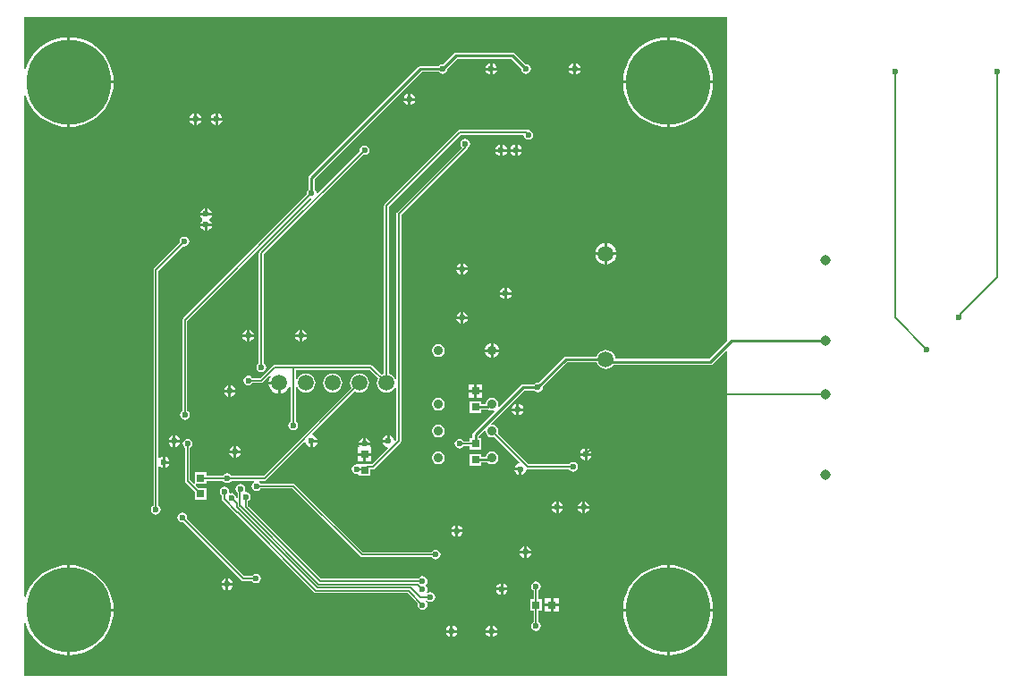
<source format=gbl>
G04*
G04 #@! TF.GenerationSoftware,Altium Limited,Altium Designer,19.0.15 (446)*
G04*
G04 Layer_Physical_Order=2*
G04 Layer_Color=16711680*
%FSLAX25Y25*%
%MOIN*%
G70*
G01*
G75*
%ADD12C,0.00600*%
%ADD18C,0.01000*%
%ADD46R,0.02953X0.03150*%
%ADD49R,0.03150X0.02953*%
%ADD64C,0.31496*%
%ADD65C,0.05906*%
%ADD66C,0.03838*%
%ADD67C,0.03543*%
%ADD68C,0.02362*%
G36*
X24016Y122811D02*
Y1980D01*
X17252Y-4784D01*
X-17682D01*
X-17786Y-3994D01*
X-18144Y-3130D01*
X-18714Y-2387D01*
X-19456Y-1818D01*
X-20320Y-1460D01*
X-21248Y-1338D01*
X-22175Y-1460D01*
X-23039Y-1818D01*
X-23782Y-2387D01*
X-24351Y-3130D01*
X-24629Y-3800D01*
X-36132D01*
X-36132Y-3800D01*
X-36561Y-3885D01*
X-36925Y-4128D01*
X-36925Y-4128D01*
X-46373Y-13577D01*
X-46565Y-13538D01*
X-47260Y-13677D01*
X-47849Y-14070D01*
X-47958Y-14233D01*
X-52145D01*
X-52574Y-14318D01*
X-52938Y-14561D01*
X-52938Y-14561D01*
X-60908Y-22532D01*
X-61369Y-22285D01*
X-61243Y-21654D01*
X-61427Y-20728D01*
X-61952Y-19944D01*
X-62736Y-19420D01*
X-63661Y-19236D01*
X-64587Y-19420D01*
X-65371Y-19944D01*
X-65895Y-20728D01*
X-66052Y-21516D01*
X-67805D01*
Y-20463D01*
X-71958D01*
Y-24813D01*
X-67805D01*
Y-23759D01*
X-65334D01*
X-65334Y-23759D01*
X-64906Y-23674D01*
X-64587Y-23888D01*
X-63661Y-24071D01*
X-63029Y-23946D01*
X-62783Y-24407D01*
X-70675Y-32298D01*
X-70918Y-32662D01*
X-71004Y-33091D01*
X-71003Y-33091D01*
Y-34242D01*
X-71958D01*
Y-35500D01*
X-74259D01*
X-74503Y-35133D01*
X-75093Y-34740D01*
X-75787Y-34601D01*
X-76482Y-34740D01*
X-77071Y-35133D01*
X-77465Y-35722D01*
X-77603Y-36417D01*
X-77465Y-37112D01*
X-77071Y-37701D01*
X-76482Y-38095D01*
X-75787Y-38233D01*
X-75093Y-38095D01*
X-74503Y-37701D01*
X-74258Y-37335D01*
X-71958D01*
Y-38592D01*
X-67805D01*
Y-34242D01*
X-68760D01*
Y-33556D01*
X-66523Y-31318D01*
X-66062Y-31564D01*
X-66079Y-31654D01*
X-65895Y-32579D01*
X-65371Y-33363D01*
X-64587Y-33887D01*
X-63661Y-34071D01*
X-62736Y-33887D01*
X-62730Y-33883D01*
X-53475Y-43138D01*
X-53639Y-43681D01*
X-54001Y-43753D01*
X-54722Y-44235D01*
X-55204Y-44956D01*
X-55274Y-45307D01*
X-53150D01*
Y-45807D01*
X-52650D01*
Y-47932D01*
X-52299Y-47862D01*
X-51577Y-47380D01*
X-51095Y-46658D01*
X-51007Y-46216D01*
X-50689Y-45842D01*
X-50468Y-45875D01*
X-50330Y-45903D01*
X-34993D01*
X-34749Y-46269D01*
X-34159Y-46663D01*
X-33465Y-46801D01*
X-32770Y-46663D01*
X-32181Y-46269D01*
X-31787Y-45680D01*
X-31649Y-44985D01*
X-31787Y-44290D01*
X-32181Y-43701D01*
X-32770Y-43307D01*
X-33465Y-43169D01*
X-34159Y-43307D01*
X-34749Y-43701D01*
X-34993Y-44067D01*
X-49950D01*
X-61432Y-32585D01*
X-61427Y-32579D01*
X-61243Y-31654D01*
X-61427Y-30728D01*
X-61952Y-29944D01*
X-62736Y-29420D01*
X-63661Y-29236D01*
X-63751Y-29253D01*
X-63997Y-28793D01*
X-51680Y-16476D01*
X-47958D01*
X-47849Y-16638D01*
X-47260Y-17032D01*
X-46565Y-17170D01*
X-45870Y-17032D01*
X-45281Y-16638D01*
X-44887Y-16049D01*
X-44749Y-15354D01*
X-44787Y-15163D01*
X-35667Y-6043D01*
X-24629D01*
X-24351Y-6713D01*
X-23782Y-7455D01*
X-23039Y-8025D01*
X-22175Y-8383D01*
X-21248Y-8505D01*
X-20320Y-8383D01*
X-19456Y-8025D01*
X-18714Y-7455D01*
X-18385Y-7027D01*
X17717D01*
X17717Y-7027D01*
X18146Y-6942D01*
X18510Y-6699D01*
X23554Y-1654D01*
X24016Y-1846D01*
Y-122811D01*
X-237969Y-122811D01*
Y-103440D01*
X-237469Y-103358D01*
X-236963Y-104848D01*
X-235992Y-106817D01*
X-234772Y-108643D01*
X-233325Y-110293D01*
X-231674Y-111741D01*
X-229849Y-112961D01*
X-227880Y-113932D01*
X-225801Y-114637D01*
X-223647Y-115066D01*
X-221957Y-115176D01*
Y-98425D01*
Y-81674D01*
X-223647Y-81785D01*
X-225801Y-82213D01*
X-227880Y-82919D01*
X-229849Y-83890D01*
X-231674Y-85110D01*
X-233325Y-86557D01*
X-234772Y-88208D01*
X-235992Y-90033D01*
X-236963Y-92002D01*
X-237469Y-93493D01*
X-237969Y-93410D01*
Y93410D01*
X-237469Y93493D01*
X-236963Y92002D01*
X-235992Y90033D01*
X-234772Y88208D01*
X-233325Y86557D01*
X-231674Y85110D01*
X-229849Y83890D01*
X-227880Y82919D01*
X-225801Y82213D01*
X-223647Y81785D01*
X-221957Y81674D01*
Y98425D01*
Y115176D01*
X-223647Y115066D01*
X-225801Y114637D01*
X-227880Y113932D01*
X-229849Y112961D01*
X-231674Y111741D01*
X-233325Y110293D01*
X-234772Y108643D01*
X-235992Y106817D01*
X-236963Y104848D01*
X-237469Y103358D01*
X-237969Y103440D01*
Y122811D01*
X24016Y122811D01*
D02*
G37*
%LPC*%
G36*
X-32374Y105471D02*
Y103847D01*
X-30750D01*
X-30819Y104198D01*
X-31302Y104919D01*
X-32023Y105401D01*
X-32374Y105471D01*
D02*
G37*
G36*
X-33374D02*
X-33725Y105401D01*
X-34446Y104919D01*
X-34929Y104198D01*
X-34998Y103847D01*
X-33374D01*
Y105471D01*
D02*
G37*
G36*
X-63476D02*
Y103847D01*
X-61852D01*
X-61922Y104198D01*
X-62404Y104919D01*
X-63125Y105401D01*
X-63476Y105471D01*
D02*
G37*
G36*
X-64476D02*
X-64827Y105401D01*
X-65549Y104919D01*
X-66031Y104198D01*
X-66101Y103847D01*
X-64476D01*
Y105471D01*
D02*
G37*
G36*
X-55905Y109389D02*
X-55906Y109389D01*
X-77165D01*
X-77595Y109304D01*
X-77958Y109061D01*
X-77958Y109061D01*
X-81895Y105124D01*
X-82087Y105162D01*
X-82782Y105024D01*
X-83371Y104630D01*
X-83479Y104468D01*
X-90354D01*
X-90784Y104383D01*
X-91147Y104139D01*
X-91147Y104139D01*
X-131699Y63588D01*
X-131942Y63225D01*
X-132027Y62795D01*
X-132027Y62795D01*
Y58479D01*
X-132190Y58371D01*
X-132583Y57782D01*
X-132721Y57087D01*
X-132635Y56654D01*
X-178798Y10491D01*
X-178997Y10194D01*
X-179067Y9843D01*
Y-24155D01*
X-179434Y-24400D01*
X-179827Y-24989D01*
X-179966Y-25684D01*
X-179827Y-26379D01*
X-179434Y-26968D01*
X-178844Y-27362D01*
X-178150Y-27500D01*
X-177455Y-27362D01*
X-176865Y-26968D01*
X-176472Y-26379D01*
X-176334Y-25684D01*
X-176472Y-24989D01*
X-176865Y-24400D01*
X-177232Y-24155D01*
Y9462D01*
X-131436Y55259D01*
X-130996Y55192D01*
X-130825Y54725D01*
X-150310Y35240D01*
X-150508Y34942D01*
X-150578Y34591D01*
Y-6345D01*
X-150945Y-6590D01*
X-151338Y-7179D01*
X-151477Y-7874D01*
X-151338Y-8569D01*
X-150945Y-9158D01*
X-150356Y-9552D01*
X-149661Y-9690D01*
X-148966Y-9552D01*
X-148377Y-9158D01*
X-147983Y-8569D01*
X-147845Y-7874D01*
X-147983Y-7179D01*
X-148377Y-6590D01*
X-148743Y-6345D01*
Y34211D01*
X-111653Y71302D01*
X-111221Y71215D01*
X-110526Y71354D01*
X-109936Y71747D01*
X-109543Y72337D01*
X-109405Y73032D01*
X-109543Y73726D01*
X-109936Y74316D01*
X-110526Y74709D01*
X-111221Y74848D01*
X-111915Y74709D01*
X-112505Y74316D01*
X-112898Y73726D01*
X-113037Y73032D01*
X-112951Y72599D01*
X-128609Y56941D01*
X-128880Y57023D01*
X-129103Y57154D01*
X-129228Y57782D01*
X-129621Y58371D01*
X-129784Y58479D01*
Y62331D01*
X-89890Y102225D01*
X-83479D01*
X-83371Y102062D01*
X-82782Y101669D01*
X-82087Y101531D01*
X-81392Y101669D01*
X-80803Y102062D01*
X-80409Y102652D01*
X-80271Y103347D01*
X-80309Y103538D01*
X-76701Y107146D01*
X-56370D01*
X-52762Y103538D01*
X-52800Y103347D01*
X-52662Y102652D01*
X-52268Y102062D01*
X-51679Y101669D01*
X-50984Y101531D01*
X-50289Y101669D01*
X-49700Y102062D01*
X-49306Y102652D01*
X-49168Y103347D01*
X-49306Y104041D01*
X-49700Y104630D01*
X-50289Y105024D01*
X-50984Y105162D01*
X-51176Y105124D01*
X-55112Y109061D01*
X-55476Y109304D01*
X-55905Y109389D01*
D02*
G37*
G36*
X-30750Y102847D02*
X-32374D01*
Y101222D01*
X-32023Y101292D01*
X-31302Y101774D01*
X-30819Y102495D01*
X-30750Y102847D01*
D02*
G37*
G36*
X-33374D02*
X-34998D01*
X-34929Y102495D01*
X-34446Y101774D01*
X-33725Y101292D01*
X-33374Y101222D01*
Y102847D01*
D02*
G37*
G36*
X-61852D02*
X-63476D01*
Y101222D01*
X-63125Y101292D01*
X-62404Y101774D01*
X-61922Y102495D01*
X-61852Y102847D01*
D02*
G37*
G36*
X-64476D02*
X-66101D01*
X-66031Y102495D01*
X-65549Y101774D01*
X-64827Y101292D01*
X-64476Y101222D01*
Y102847D01*
D02*
G37*
G36*
X2468Y115176D02*
Y98925D01*
X18720D01*
X18609Y100616D01*
X18181Y102769D01*
X17475Y104848D01*
X16504Y106817D01*
X15284Y108643D01*
X13837Y110293D01*
X12186Y111741D01*
X10361Y112961D01*
X8392Y113932D01*
X6312Y114637D01*
X4159Y115066D01*
X2468Y115176D01*
D02*
G37*
G36*
X1469D02*
X-222Y115066D01*
X-2376Y114637D01*
X-4454Y113932D01*
X-6424Y112961D01*
X-8249Y111741D01*
X-9900Y110293D01*
X-11347Y108643D01*
X-12567Y106817D01*
X-13538Y104848D01*
X-14244Y102769D01*
X-14672Y100616D01*
X-14783Y98925D01*
X1469D01*
Y115176D01*
D02*
G37*
G36*
X-220957D02*
Y98925D01*
X-204706D01*
X-204816Y100616D01*
X-205245Y102769D01*
X-205950Y104848D01*
X-206921Y106817D01*
X-208141Y108643D01*
X-209589Y110293D01*
X-211239Y111741D01*
X-213065Y112961D01*
X-215034Y113932D01*
X-217113Y114637D01*
X-219266Y115066D01*
X-220957Y115176D01*
D02*
G37*
G36*
X-93988Y94144D02*
Y92520D01*
X-92364D01*
X-92434Y92871D01*
X-92916Y93592D01*
X-93637Y94074D01*
X-93988Y94144D01*
D02*
G37*
G36*
X-94988D02*
X-95339Y94074D01*
X-96061Y93592D01*
X-96543Y92871D01*
X-96613Y92520D01*
X-94988D01*
Y94144D01*
D02*
G37*
G36*
X-92364Y91520D02*
X-93988D01*
Y89895D01*
X-93637Y89965D01*
X-92916Y90447D01*
X-92434Y91169D01*
X-92364Y91520D01*
D02*
G37*
G36*
X-94988D02*
X-96613D01*
X-96543Y91169D01*
X-96061Y90447D01*
X-95339Y89965D01*
X-94988Y89895D01*
Y91520D01*
D02*
G37*
G36*
X-165839Y86770D02*
Y85146D01*
X-164214D01*
X-164284Y85497D01*
X-164766Y86218D01*
X-165488Y86700D01*
X-165839Y86770D01*
D02*
G37*
G36*
X-166839D02*
X-167190Y86700D01*
X-167911Y86218D01*
X-168393Y85497D01*
X-168463Y85146D01*
X-166839D01*
Y86770D01*
D02*
G37*
G36*
X-173713D02*
Y85146D01*
X-172088D01*
X-172158Y85497D01*
X-172640Y86218D01*
X-173362Y86700D01*
X-173713Y86770D01*
D02*
G37*
G36*
X-174713D02*
X-175064Y86700D01*
X-175785Y86218D01*
X-176267Y85497D01*
X-176337Y85146D01*
X-174713D01*
Y86770D01*
D02*
G37*
G36*
X-164214Y84146D02*
X-165839D01*
Y82521D01*
X-165488Y82591D01*
X-164766Y83073D01*
X-164284Y83795D01*
X-164214Y84146D01*
D02*
G37*
G36*
X-166839D02*
X-168463D01*
X-168393Y83795D01*
X-167911Y83073D01*
X-167190Y82591D01*
X-166839Y82521D01*
Y84146D01*
D02*
G37*
G36*
X-172088D02*
X-173713D01*
Y82521D01*
X-173362Y82591D01*
X-172640Y83073D01*
X-172158Y83795D01*
X-172088Y84146D01*
D02*
G37*
G36*
X-174713D02*
X-176337D01*
X-176267Y83795D01*
X-175785Y83073D01*
X-175064Y82591D01*
X-174713Y82521D01*
Y84146D01*
D02*
G37*
G36*
X18720Y97925D02*
X2468D01*
Y81674D01*
X4159Y81785D01*
X6312Y82213D01*
X8392Y82919D01*
X10361Y83890D01*
X12186Y85110D01*
X13837Y86557D01*
X15284Y88208D01*
X16504Y90033D01*
X17475Y92002D01*
X18181Y94081D01*
X18609Y96234D01*
X18720Y97925D01*
D02*
G37*
G36*
X1469D02*
X-14783D01*
X-14672Y96234D01*
X-14244Y94081D01*
X-13538Y92002D01*
X-12567Y90033D01*
X-11347Y88208D01*
X-9900Y86557D01*
X-8249Y85110D01*
X-6424Y83890D01*
X-4454Y82919D01*
X-2376Y82213D01*
X-222Y81785D01*
X1469Y81674D01*
Y97925D01*
D02*
G37*
G36*
X-204706D02*
X-220957D01*
Y81674D01*
X-219266Y81785D01*
X-217113Y82213D01*
X-215034Y82919D01*
X-213065Y83890D01*
X-211239Y85110D01*
X-209589Y86557D01*
X-208141Y88208D01*
X-206921Y90033D01*
X-205950Y92002D01*
X-205245Y94081D01*
X-204816Y96234D01*
X-204706Y97925D01*
D02*
G37*
G36*
X-51181Y80642D02*
X-75787D01*
X-76139Y80572D01*
X-76436Y80373D01*
X-103680Y53129D01*
X-103879Y52832D01*
X-103949Y52480D01*
Y-10317D01*
X-103959Y-10318D01*
X-104823Y-10676D01*
X-104831Y-10682D01*
X-108288Y-7225D01*
X-108586Y-7026D01*
X-108937Y-6956D01*
X-144685D01*
X-145036Y-7026D01*
X-145334Y-7225D01*
X-149986Y-11878D01*
X-152999D01*
X-153244Y-11511D01*
X-153833Y-11118D01*
X-154528Y-10979D01*
X-155222Y-11118D01*
X-155812Y-11511D01*
X-156205Y-12100D01*
X-156344Y-12795D01*
X-156205Y-13490D01*
X-155812Y-14079D01*
X-155222Y-14473D01*
X-154528Y-14611D01*
X-153833Y-14473D01*
X-153244Y-14079D01*
X-152999Y-13713D01*
X-149606D01*
X-149255Y-13643D01*
X-148957Y-13444D01*
X-146505Y-10991D01*
X-146128Y-11322D01*
X-146484Y-11786D01*
X-146882Y-12748D01*
X-146952Y-13280D01*
X-143032D01*
Y-13780D01*
X-142532D01*
Y-17701D01*
X-142000Y-17630D01*
X-141038Y-17232D01*
X-140212Y-16599D01*
X-139579Y-15773D01*
X-139181Y-14811D01*
X-138713Y-14925D01*
Y-27999D01*
X-139079Y-28243D01*
X-139473Y-28833D01*
X-139611Y-29528D01*
X-139473Y-30222D01*
X-139079Y-30812D01*
X-138490Y-31205D01*
X-137795Y-31343D01*
X-137100Y-31205D01*
X-136511Y-30812D01*
X-136117Y-30222D01*
X-135979Y-29528D01*
X-136117Y-28833D01*
X-136511Y-28243D01*
X-136878Y-27999D01*
Y-15085D01*
X-136378Y-14985D01*
X-136135Y-15571D01*
X-135565Y-16313D01*
X-134823Y-16883D01*
X-133959Y-17241D01*
X-133031Y-17363D01*
X-132104Y-17241D01*
X-131240Y-16883D01*
X-130498Y-16313D01*
X-129928Y-15571D01*
X-129570Y-14707D01*
X-129448Y-13780D01*
X-129570Y-12852D01*
X-129928Y-11988D01*
X-130498Y-11246D01*
X-131240Y-10676D01*
X-132104Y-10318D01*
X-133031Y-10196D01*
X-133959Y-10318D01*
X-134823Y-10676D01*
X-135565Y-11246D01*
X-136135Y-11988D01*
X-136378Y-12574D01*
X-136878Y-12475D01*
Y-8792D01*
X-109317D01*
X-106129Y-11980D01*
X-106135Y-11988D01*
X-106493Y-12852D01*
X-106615Y-13780D01*
X-106493Y-14707D01*
X-106135Y-15571D01*
X-105565Y-16313D01*
X-104823Y-16883D01*
X-103959Y-17241D01*
X-103032Y-17363D01*
X-102104Y-17241D01*
X-101240Y-16883D01*
X-100498Y-16313D01*
X-99928Y-15571D01*
X-99843Y-15365D01*
X-99343Y-15465D01*
Y-35022D01*
X-99724Y-35341D01*
X-100187Y-35190D01*
X-100308Y-34582D01*
X-100790Y-33861D01*
X-101511Y-33378D01*
X-101862Y-33309D01*
Y-35433D01*
X-102362D01*
Y-35933D01*
X-104487D01*
X-104417Y-36284D01*
X-103935Y-37006D01*
X-103213Y-37488D01*
X-102605Y-37609D01*
X-102431Y-38142D01*
X-108357Y-44067D01*
X-110044D01*
X-110133Y-44085D01*
X-113297D01*
X-113297Y-44085D01*
X-113790Y-44067D01*
X-114173Y-43991D01*
X-114868Y-44129D01*
X-115457Y-44523D01*
X-115851Y-45112D01*
X-115989Y-45807D01*
X-115851Y-46502D01*
X-115457Y-47091D01*
X-114868Y-47485D01*
X-114173Y-47623D01*
X-113797Y-47548D01*
X-113297Y-47919D01*
Y-48435D01*
X-109144D01*
Y-45903D01*
X-107977D01*
X-107626Y-45833D01*
X-107328Y-45634D01*
X-97776Y-36082D01*
X-97577Y-35784D01*
X-97508Y-35433D01*
Y48832D01*
X-73091Y73249D01*
X-72892Y73547D01*
X-72822Y73898D01*
Y73916D01*
X-72338Y74240D01*
X-71944Y74829D01*
X-71806Y75524D01*
X-71944Y76219D01*
X-72338Y76808D01*
X-72927Y77201D01*
X-73622Y77340D01*
X-74317Y77201D01*
X-74906Y76808D01*
X-75300Y76219D01*
X-75438Y75524D01*
X-75300Y74829D01*
X-74906Y74240D01*
X-74887Y74048D01*
X-99074Y49861D01*
X-99273Y49564D01*
X-99343Y49213D01*
Y-12094D01*
X-99843Y-12194D01*
X-99928Y-11988D01*
X-100498Y-11246D01*
X-101240Y-10676D01*
X-102104Y-10318D01*
X-102114Y-10317D01*
Y52100D01*
X-75407Y78807D01*
X-52068D01*
X-52013Y78740D01*
X-51875Y78045D01*
X-51481Y77456D01*
X-50892Y77062D01*
X-50197Y76924D01*
X-49502Y77062D01*
X-48913Y77456D01*
X-48519Y78045D01*
X-48381Y78740D01*
X-48519Y79435D01*
X-48913Y80024D01*
X-49502Y80418D01*
X-50197Y80556D01*
X-50666Y80463D01*
X-50830Y80572D01*
X-51181Y80642D01*
D02*
G37*
G36*
X-54224Y75156D02*
Y73532D01*
X-52600D01*
X-52670Y73883D01*
X-53152Y74604D01*
X-53873Y75086D01*
X-54224Y75156D01*
D02*
G37*
G36*
X-55224D02*
X-55575Y75086D01*
X-56297Y74604D01*
X-56779Y73883D01*
X-56849Y73532D01*
X-55224D01*
Y75156D01*
D02*
G37*
G36*
X-59736D02*
Y73532D01*
X-58112D01*
X-58182Y73883D01*
X-58664Y74604D01*
X-59385Y75086D01*
X-59736Y75156D01*
D02*
G37*
G36*
X-60736D02*
X-61087Y75086D01*
X-61809Y74604D01*
X-62291Y73883D01*
X-62361Y73532D01*
X-60736D01*
Y75156D01*
D02*
G37*
G36*
X-52600Y72531D02*
X-54224D01*
Y70907D01*
X-53873Y70977D01*
X-53152Y71459D01*
X-52670Y72180D01*
X-52600Y72531D01*
D02*
G37*
G36*
X-55224D02*
X-56849D01*
X-56779Y72180D01*
X-56297Y71459D01*
X-55575Y70977D01*
X-55224Y70907D01*
Y72531D01*
D02*
G37*
G36*
X-58112D02*
X-59736D01*
Y70907D01*
X-59385Y70977D01*
X-58664Y71459D01*
X-58182Y72180D01*
X-58112Y72531D01*
D02*
G37*
G36*
X-60736D02*
X-62361D01*
X-62291Y72180D01*
X-61809Y71459D01*
X-61087Y70977D01*
X-60736Y70907D01*
Y72531D01*
D02*
G37*
G36*
X-169776Y51337D02*
Y49713D01*
X-168151D01*
X-168221Y50064D01*
X-168703Y50785D01*
X-169425Y51267D01*
X-169776Y51337D01*
D02*
G37*
G36*
X-170776D02*
X-171127Y51267D01*
X-171848Y50785D01*
X-172330Y50064D01*
X-172400Y49713D01*
X-170776D01*
Y51337D01*
D02*
G37*
G36*
X-168151Y48713D02*
X-172400D01*
X-172330Y48362D01*
X-171848Y47640D01*
X-171630Y47494D01*
Y46994D01*
X-171848Y46848D01*
X-172330Y46127D01*
X-172400Y45776D01*
X-168151D01*
X-168221Y46127D01*
X-168703Y46848D01*
X-168922Y46994D01*
Y47494D01*
X-168703Y47640D01*
X-168221Y48362D01*
X-168151Y48713D01*
D02*
G37*
G36*
Y44776D02*
X-169776D01*
Y43151D01*
X-169425Y43221D01*
X-168703Y43703D01*
X-168221Y44425D01*
X-168151Y44776D01*
D02*
G37*
G36*
X-170776D02*
X-172400D01*
X-172330Y44425D01*
X-171848Y43703D01*
X-171127Y43221D01*
X-170776Y43151D01*
Y44776D01*
D02*
G37*
G36*
X-178346Y40818D02*
X-179041Y40679D01*
X-179630Y40286D01*
X-180024Y39696D01*
X-180162Y39002D01*
X-180076Y38569D01*
X-189625Y29021D01*
X-189824Y28723D01*
X-189894Y28372D01*
Y-59495D01*
X-190261Y-59740D01*
X-190654Y-60329D01*
X-190792Y-61024D01*
X-190654Y-61719D01*
X-190261Y-62308D01*
X-189671Y-62701D01*
X-188976Y-62840D01*
X-188281Y-62701D01*
X-187692Y-62308D01*
X-187299Y-61719D01*
X-187160Y-61024D01*
X-187299Y-60329D01*
X-187692Y-59740D01*
X-188059Y-59495D01*
Y-45020D01*
X-188041Y-45015D01*
X-187559Y-44905D01*
X-186875Y-45362D01*
X-186524Y-45432D01*
Y-43307D01*
Y-41183D01*
X-186875Y-41252D01*
X-187559Y-41710D01*
X-188041Y-41600D01*
X-188059Y-41594D01*
Y27992D01*
X-178779Y37272D01*
X-178346Y37186D01*
X-177652Y37324D01*
X-177062Y37718D01*
X-176669Y38307D01*
X-176530Y39002D01*
X-176669Y39696D01*
X-177062Y40286D01*
X-177652Y40679D01*
X-178346Y40818D01*
D02*
G37*
G36*
X-20748Y38370D02*
Y34949D01*
X-17327D01*
X-17397Y35481D01*
X-17795Y36442D01*
X-18429Y37268D01*
X-19254Y37901D01*
X-20216Y38300D01*
X-20748Y38370D01*
D02*
G37*
G36*
X-21748D02*
X-22280Y38300D01*
X-23241Y37901D01*
X-24067Y37268D01*
X-24700Y36442D01*
X-25099Y35481D01*
X-25169Y34949D01*
X-21748D01*
Y38370D01*
D02*
G37*
G36*
Y33949D02*
X-25169D01*
X-25099Y33417D01*
X-24700Y32455D01*
X-24067Y31630D01*
X-23241Y30996D01*
X-22280Y30598D01*
X-21748Y30528D01*
Y33949D01*
D02*
G37*
G36*
X-17327D02*
X-20748D01*
Y30528D01*
X-20216Y30598D01*
X-19254Y30996D01*
X-18429Y31630D01*
X-17795Y32455D01*
X-17397Y33417D01*
X-17327Y33949D01*
D02*
G37*
G36*
X-74303Y30864D02*
Y29240D01*
X-72679D01*
X-72749Y29591D01*
X-73231Y30312D01*
X-73952Y30795D01*
X-74303Y30864D01*
D02*
G37*
G36*
X-75303D02*
X-75654Y30795D01*
X-76376Y30312D01*
X-76858Y29591D01*
X-76928Y29240D01*
X-75303D01*
Y30864D01*
D02*
G37*
G36*
X-72679Y28240D02*
X-74303D01*
Y26616D01*
X-73952Y26686D01*
X-73231Y27167D01*
X-72749Y27889D01*
X-72679Y28240D01*
D02*
G37*
G36*
X-75303D02*
X-76928D01*
X-76858Y27889D01*
X-76376Y27167D01*
X-75654Y26686D01*
X-75303Y26616D01*
Y28240D01*
D02*
G37*
G36*
X-58071Y21809D02*
Y20185D01*
X-56446D01*
X-56516Y20536D01*
X-56998Y21258D01*
X-57720Y21740D01*
X-58071Y21809D01*
D02*
G37*
G36*
X-59071D02*
X-59422Y21740D01*
X-60143Y21258D01*
X-60625Y20536D01*
X-60695Y20185D01*
X-59071D01*
Y21809D01*
D02*
G37*
G36*
X-56446Y19185D02*
X-58071D01*
Y17561D01*
X-57720Y17630D01*
X-56998Y18113D01*
X-56516Y18834D01*
X-56446Y19185D01*
D02*
G37*
G36*
X-59071D02*
X-60695D01*
X-60625Y18834D01*
X-60143Y18113D01*
X-59422Y17630D01*
X-59071Y17561D01*
Y19185D01*
D02*
G37*
G36*
X-74303Y12754D02*
Y11130D01*
X-72679D01*
X-72749Y11481D01*
X-73231Y12202D01*
X-73952Y12685D01*
X-74303Y12754D01*
D02*
G37*
G36*
X-75303D02*
X-75654Y12685D01*
X-76376Y12202D01*
X-76858Y11481D01*
X-76928Y11130D01*
X-75303D01*
Y12754D01*
D02*
G37*
G36*
X-72679Y10130D02*
X-74303D01*
Y8506D01*
X-73952Y8575D01*
X-73231Y9058D01*
X-72749Y9779D01*
X-72679Y10130D01*
D02*
G37*
G36*
X-75303D02*
X-76928D01*
X-76858Y9779D01*
X-76376Y9058D01*
X-75654Y8575D01*
X-75303Y8506D01*
Y10130D01*
D02*
G37*
G36*
X-134343Y6061D02*
Y4437D01*
X-132718D01*
X-132788Y4788D01*
X-133270Y5509D01*
X-133992Y5992D01*
X-134343Y6061D01*
D02*
G37*
G36*
X-135343D02*
X-135694Y5992D01*
X-136415Y5509D01*
X-136897Y4788D01*
X-136967Y4437D01*
X-135343D01*
Y6061D01*
D02*
G37*
G36*
X-154028D02*
Y4437D01*
X-152403D01*
X-152473Y4788D01*
X-152955Y5509D01*
X-153676Y5992D01*
X-154028Y6061D01*
D02*
G37*
G36*
X-155028D02*
X-155379Y5992D01*
X-156100Y5509D01*
X-156582Y4788D01*
X-156652Y4437D01*
X-155028D01*
Y6061D01*
D02*
G37*
G36*
X-132718Y3437D02*
X-134343D01*
Y1813D01*
X-133992Y1883D01*
X-133270Y2365D01*
X-132788Y3086D01*
X-132718Y3437D01*
D02*
G37*
G36*
X-135343D02*
X-136967D01*
X-136897Y3086D01*
X-136415Y2365D01*
X-135694Y1883D01*
X-135343Y1813D01*
Y3437D01*
D02*
G37*
G36*
X-152403D02*
X-154028D01*
Y1813D01*
X-153676Y1883D01*
X-152955Y2365D01*
X-152473Y3086D01*
X-152403Y3437D01*
D02*
G37*
G36*
X-155028D02*
X-156652D01*
X-156582Y3086D01*
X-156100Y2365D01*
X-155379Y1883D01*
X-155028Y1813D01*
Y3437D01*
D02*
G37*
G36*
X-63161Y1076D02*
Y-1154D01*
X-60932D01*
X-60961Y-930D01*
X-61241Y-256D01*
X-61685Y323D01*
X-62264Y767D01*
X-62938Y1047D01*
X-63161Y1076D01*
D02*
G37*
G36*
X-64161Y1076D02*
X-64385Y1047D01*
X-65059Y767D01*
X-65638Y323D01*
X-66082Y-256D01*
X-66362Y-930D01*
X-66391Y-1154D01*
X-64161D01*
Y1076D01*
D02*
G37*
G36*
X-83661Y764D02*
X-84587Y580D01*
X-85371Y56D01*
X-85895Y-728D01*
X-86079Y-1654D01*
X-85895Y-2579D01*
X-85371Y-3363D01*
X-84587Y-3887D01*
X-83661Y-4072D01*
X-82736Y-3887D01*
X-81952Y-3363D01*
X-81428Y-2579D01*
X-81243Y-1654D01*
X-81428Y-728D01*
X-81952Y56D01*
X-82736Y580D01*
X-83661Y764D01*
D02*
G37*
G36*
X-64161Y-2153D02*
X-66391D01*
X-66362Y-2377D01*
X-66082Y-3051D01*
X-65638Y-3630D01*
X-65059Y-4075D01*
X-64385Y-4354D01*
X-64161Y-4383D01*
Y-2153D01*
D02*
G37*
G36*
X-60932D02*
X-63161D01*
Y-4383D01*
X-62938Y-4354D01*
X-62264Y-4075D01*
X-61685Y-3630D01*
X-61241Y-3051D01*
X-60961Y-2377D01*
X-60932Y-2153D01*
D02*
G37*
G36*
X-160917Y-14608D02*
Y-16232D01*
X-159293D01*
X-159363Y-15881D01*
X-159845Y-15160D01*
X-160566Y-14678D01*
X-160917Y-14608D01*
D02*
G37*
G36*
X-161917D02*
X-162268Y-14678D01*
X-162990Y-15160D01*
X-163472Y-15881D01*
X-163542Y-16232D01*
X-161917D01*
Y-14608D01*
D02*
G37*
G36*
X-67405Y-14157D02*
X-69382D01*
Y-16232D01*
X-67405D01*
Y-14157D01*
D02*
G37*
G36*
X-70382D02*
X-72358D01*
Y-16232D01*
X-70382D01*
Y-14157D01*
D02*
G37*
G36*
X-113031Y-10196D02*
X-113959Y-10318D01*
X-114823Y-10676D01*
X-115565Y-11246D01*
X-116135Y-11988D01*
X-116493Y-12852D01*
X-116615Y-13780D01*
X-116493Y-14707D01*
X-116135Y-15571D01*
X-116129Y-15579D01*
X-148845Y-48295D01*
X-160873D01*
X-161117Y-47929D01*
X-161707Y-47535D01*
X-162402Y-47397D01*
X-163096Y-47535D01*
X-163686Y-47929D01*
X-163930Y-48295D01*
X-170168D01*
Y-47038D01*
X-174320D01*
Y-51037D01*
X-174820Y-51244D01*
X-176248Y-49817D01*
Y-37946D01*
X-175881Y-37701D01*
X-175488Y-37112D01*
X-175349Y-36417D01*
X-175488Y-35722D01*
X-175881Y-35133D01*
X-176470Y-34740D01*
X-177165Y-34601D01*
X-177860Y-34740D01*
X-178449Y-35133D01*
X-178843Y-35722D01*
X-178981Y-36417D01*
X-178843Y-37112D01*
X-178449Y-37701D01*
X-178083Y-37946D01*
Y-50197D01*
X-178013Y-50548D01*
X-177814Y-50846D01*
X-174320Y-54339D01*
Y-57293D01*
X-170168D01*
Y-52943D01*
X-173121D01*
X-174177Y-51887D01*
X-173970Y-51387D01*
X-170168D01*
Y-50130D01*
X-163930D01*
X-163686Y-50497D01*
X-163096Y-50890D01*
X-162402Y-51029D01*
X-161707Y-50890D01*
X-161117Y-50497D01*
X-160873Y-50130D01*
X-152513D01*
X-152361Y-50630D01*
X-152737Y-50881D01*
X-153130Y-51470D01*
X-153269Y-52165D01*
X-153130Y-52860D01*
X-152737Y-53449D01*
X-152147Y-53843D01*
X-151453Y-53981D01*
X-150758Y-53843D01*
X-150169Y-53449D01*
X-149924Y-53083D01*
X-138175D01*
X-112854Y-78405D01*
X-112556Y-78604D01*
X-112205Y-78673D01*
X-86175D01*
X-85930Y-79040D01*
X-85341Y-79434D01*
X-84646Y-79572D01*
X-83951Y-79434D01*
X-83362Y-79040D01*
X-82968Y-78451D01*
X-82830Y-77756D01*
X-82968Y-77061D01*
X-83362Y-76472D01*
X-83951Y-76078D01*
X-84646Y-75940D01*
X-85341Y-76078D01*
X-85930Y-76472D01*
X-86175Y-76838D01*
X-111825D01*
X-137146Y-51516D01*
X-137444Y-51318D01*
X-137795Y-51248D01*
X-149924D01*
X-150169Y-50881D01*
X-150544Y-50630D01*
X-150392Y-50130D01*
X-148465D01*
X-148113Y-50060D01*
X-147816Y-49861D01*
X-133597Y-35643D01*
X-133055Y-35808D01*
X-132960Y-36284D01*
X-132478Y-37006D01*
X-131757Y-37488D01*
X-131406Y-37557D01*
Y-35433D01*
X-130906D01*
Y-34933D01*
X-128781D01*
X-128851Y-34582D01*
X-129333Y-33861D01*
X-130055Y-33378D01*
X-130531Y-33284D01*
X-130695Y-32741D01*
X-114831Y-16877D01*
X-114823Y-16883D01*
X-113959Y-17241D01*
X-113031Y-17363D01*
X-112104Y-17241D01*
X-111240Y-16883D01*
X-110498Y-16313D01*
X-109928Y-15571D01*
X-109570Y-14707D01*
X-109448Y-13780D01*
X-109570Y-12852D01*
X-109928Y-11988D01*
X-110498Y-11246D01*
X-111240Y-10676D01*
X-112104Y-10318D01*
X-113031Y-10196D01*
D02*
G37*
G36*
X-123031D02*
X-123959Y-10318D01*
X-124823Y-10676D01*
X-125565Y-11246D01*
X-126135Y-11988D01*
X-126493Y-12852D01*
X-126615Y-13780D01*
X-126493Y-14707D01*
X-126135Y-15571D01*
X-125565Y-16313D01*
X-124823Y-16883D01*
X-123959Y-17241D01*
X-123031Y-17363D01*
X-122104Y-17241D01*
X-121240Y-16883D01*
X-120498Y-16313D01*
X-119928Y-15571D01*
X-119570Y-14707D01*
X-119448Y-13780D01*
X-119570Y-12852D01*
X-119928Y-11988D01*
X-120498Y-11246D01*
X-121240Y-10676D01*
X-122104Y-10318D01*
X-123031Y-10196D01*
D02*
G37*
G36*
X-143532Y-14280D02*
X-146952D01*
X-146882Y-14811D01*
X-146484Y-15773D01*
X-145851Y-16599D01*
X-145025Y-17232D01*
X-144063Y-17630D01*
X-143532Y-17701D01*
Y-14280D01*
D02*
G37*
G36*
X-159293Y-17232D02*
X-160917D01*
Y-18857D01*
X-160566Y-18787D01*
X-159845Y-18305D01*
X-159363Y-17583D01*
X-159293Y-17232D01*
D02*
G37*
G36*
X-161917D02*
X-163542D01*
X-163472Y-17583D01*
X-162990Y-18305D01*
X-162268Y-18787D01*
X-161917Y-18857D01*
Y-17232D01*
D02*
G37*
G36*
X-67405Y-17232D02*
X-69382D01*
Y-19307D01*
X-67405D01*
Y-17232D01*
D02*
G37*
G36*
X-70382D02*
X-72358D01*
Y-19307D01*
X-70382D01*
Y-17232D01*
D02*
G37*
G36*
X-53634Y-21498D02*
Y-23122D01*
X-52009D01*
X-52079Y-22771D01*
X-52561Y-22050D01*
X-53283Y-21567D01*
X-53634Y-21498D01*
D02*
G37*
G36*
X-54634D02*
X-54985Y-21567D01*
X-55706Y-22050D01*
X-56188Y-22771D01*
X-56258Y-23122D01*
X-54634D01*
Y-21498D01*
D02*
G37*
G36*
X-83661Y-19236D02*
X-84587Y-19420D01*
X-85371Y-19944D01*
X-85895Y-20728D01*
X-86079Y-21654D01*
X-85895Y-22579D01*
X-85371Y-23363D01*
X-84587Y-23888D01*
X-83661Y-24071D01*
X-82736Y-23888D01*
X-81952Y-23363D01*
X-81428Y-22579D01*
X-81243Y-21654D01*
X-81428Y-20728D01*
X-81952Y-19944D01*
X-82736Y-19420D01*
X-83661Y-19236D01*
D02*
G37*
G36*
X-52009Y-24122D02*
X-53634D01*
Y-25746D01*
X-53283Y-25677D01*
X-52561Y-25194D01*
X-52079Y-24473D01*
X-52009Y-24122D01*
D02*
G37*
G36*
X-54634D02*
X-56258D01*
X-56188Y-24473D01*
X-55706Y-25194D01*
X-54985Y-25677D01*
X-54634Y-25746D01*
Y-24122D01*
D02*
G37*
G36*
X-83661Y-29236D02*
X-84587Y-29420D01*
X-85371Y-29944D01*
X-85895Y-30728D01*
X-86079Y-31654D01*
X-85895Y-32579D01*
X-85371Y-33363D01*
X-84587Y-33887D01*
X-83661Y-34071D01*
X-82736Y-33887D01*
X-81952Y-33363D01*
X-81428Y-32579D01*
X-81243Y-31654D01*
X-81428Y-30728D01*
X-81952Y-29944D01*
X-82736Y-29420D01*
X-83661Y-29236D01*
D02*
G37*
G36*
X-102862Y-33309D02*
X-103213Y-33378D01*
X-103935Y-33861D01*
X-104417Y-34582D01*
X-104487Y-34933D01*
X-102862D01*
Y-33309D01*
D02*
G37*
G36*
X-181587D02*
Y-34933D01*
X-179962D01*
X-180032Y-34582D01*
X-180514Y-33861D01*
X-181236Y-33378D01*
X-181587Y-33309D01*
D02*
G37*
G36*
X-182587D02*
X-182938Y-33378D01*
X-183659Y-33861D01*
X-184141Y-34582D01*
X-184211Y-34933D01*
X-182587D01*
Y-33309D01*
D02*
G37*
G36*
X-110721Y-34293D02*
Y-35917D01*
X-109096D01*
X-109166Y-35566D01*
X-109648Y-34845D01*
X-110370Y-34363D01*
X-110721Y-34293D01*
D02*
G37*
G36*
X-111721D02*
X-112072Y-34363D01*
X-112793Y-34845D01*
X-113275Y-35566D01*
X-113345Y-35917D01*
X-111721D01*
Y-34293D01*
D02*
G37*
G36*
X-128781Y-35933D02*
X-130406D01*
Y-37557D01*
X-130055Y-37488D01*
X-129333Y-37006D01*
X-128851Y-36284D01*
X-128781Y-35933D01*
D02*
G37*
G36*
X-179962D02*
X-181587D01*
Y-37557D01*
X-181236Y-37488D01*
X-180514Y-37006D01*
X-180032Y-36284D01*
X-179962Y-35933D01*
D02*
G37*
G36*
X-182587D02*
X-184211D01*
X-184141Y-36284D01*
X-183659Y-37006D01*
X-182938Y-37488D01*
X-182587Y-37557D01*
Y-35933D01*
D02*
G37*
G36*
X-158949Y-37246D02*
Y-38870D01*
X-157325D01*
X-157394Y-38519D01*
X-157876Y-37798D01*
X-158598Y-37315D01*
X-158949Y-37246D01*
D02*
G37*
G36*
X-159949D02*
X-160300Y-37315D01*
X-161021Y-37798D01*
X-161503Y-38519D01*
X-161573Y-38870D01*
X-159949D01*
Y-37246D01*
D02*
G37*
G36*
X-28220Y-38230D02*
Y-39854D01*
X-26596D01*
X-26666Y-39503D01*
X-27148Y-38782D01*
X-27869Y-38300D01*
X-28220Y-38230D01*
D02*
G37*
G36*
X-29221D02*
X-29572Y-38300D01*
X-30293Y-38782D01*
X-30775Y-39503D01*
X-30845Y-39854D01*
X-29221D01*
Y-38230D01*
D02*
G37*
G36*
X-109096Y-36917D02*
X-113345D01*
X-113275Y-37268D01*
X-113228Y-37339D01*
X-113464Y-37780D01*
X-113697D01*
Y-39854D01*
X-111221D01*
X-108744D01*
Y-37780D01*
X-108977D01*
X-109213Y-37339D01*
X-109166Y-37268D01*
X-109096Y-36917D01*
D02*
G37*
G36*
X-63661Y-39236D02*
X-64587Y-39420D01*
X-65371Y-39944D01*
X-65895Y-40728D01*
X-65989Y-41201D01*
X-67805D01*
Y-40148D01*
X-71958D01*
Y-44498D01*
X-67805D01*
Y-43444D01*
X-65250D01*
X-64587Y-43887D01*
X-63661Y-44071D01*
X-62736Y-43887D01*
X-61952Y-43363D01*
X-61427Y-42579D01*
X-61243Y-41654D01*
X-61427Y-40728D01*
X-61952Y-39944D01*
X-62736Y-39420D01*
X-63661Y-39236D01*
D02*
G37*
G36*
X-157325Y-39870D02*
X-158949D01*
Y-41495D01*
X-158598Y-41425D01*
X-157876Y-40943D01*
X-157394Y-40221D01*
X-157325Y-39870D01*
D02*
G37*
G36*
X-159949D02*
X-161573D01*
X-161503Y-40221D01*
X-161021Y-40943D01*
X-160300Y-41425D01*
X-159949Y-41495D01*
Y-39870D01*
D02*
G37*
G36*
X-26596Y-40854D02*
X-28220D01*
Y-42479D01*
X-27869Y-42409D01*
X-27148Y-41927D01*
X-26666Y-41205D01*
X-26596Y-40854D01*
D02*
G37*
G36*
X-29221D02*
X-30845D01*
X-30775Y-41205D01*
X-30293Y-41927D01*
X-29572Y-42409D01*
X-29221Y-42479D01*
Y-40854D01*
D02*
G37*
G36*
X-185524Y-41183D02*
Y-42807D01*
X-183899D01*
X-183969Y-42456D01*
X-184451Y-41735D01*
X-185173Y-41252D01*
X-185524Y-41183D01*
D02*
G37*
G36*
X-108744Y-40854D02*
X-110721D01*
Y-42929D01*
X-108744D01*
Y-40854D01*
D02*
G37*
G36*
X-111721D02*
X-113697D01*
Y-42929D01*
X-111721D01*
Y-40854D01*
D02*
G37*
G36*
X-83661Y-39236D02*
X-84587Y-39420D01*
X-85371Y-39944D01*
X-85895Y-40728D01*
X-86079Y-41654D01*
X-85895Y-42579D01*
X-85371Y-43363D01*
X-84587Y-43887D01*
X-83661Y-44071D01*
X-82736Y-43887D01*
X-81952Y-43363D01*
X-81428Y-42579D01*
X-81243Y-41654D01*
X-81428Y-40728D01*
X-81952Y-39944D01*
X-82736Y-39420D01*
X-83661Y-39236D01*
D02*
G37*
G36*
X-183899Y-43807D02*
X-185524D01*
Y-45432D01*
X-185173Y-45362D01*
X-184451Y-44880D01*
X-183969Y-44158D01*
X-183899Y-43807D01*
D02*
G37*
G36*
X-53650Y-46307D02*
X-55274D01*
X-55204Y-46658D01*
X-54722Y-47380D01*
X-54001Y-47862D01*
X-53650Y-47932D01*
Y-46307D01*
D02*
G37*
G36*
X-157480Y-51334D02*
X-158175Y-51472D01*
X-158764Y-51866D01*
X-159158Y-52455D01*
X-159296Y-53150D01*
X-159158Y-53845D01*
X-158764Y-54434D01*
X-158510Y-54603D01*
Y-56551D01*
X-159011Y-56787D01*
X-159096Y-56717D01*
X-159071Y-56590D01*
X-159209Y-55895D01*
X-159603Y-55306D01*
X-160192Y-54912D01*
X-160887Y-54774D01*
X-161200Y-54836D01*
X-161625Y-54411D01*
X-161570Y-54134D01*
X-161708Y-53439D01*
X-162102Y-52850D01*
X-162691Y-52456D01*
X-163386Y-52318D01*
X-164081Y-52456D01*
X-164670Y-52850D01*
X-165064Y-53439D01*
X-165202Y-54134D01*
X-165064Y-54829D01*
X-164670Y-55418D01*
X-164304Y-55663D01*
Y-57110D01*
X-164234Y-57461D01*
X-164035Y-57759D01*
X-159236Y-62558D01*
X-159084Y-62659D01*
X-129896Y-91847D01*
X-129598Y-92046D01*
X-129247Y-92116D01*
X-95205D01*
X-91297Y-96024D01*
X-91383Y-96457D01*
X-91245Y-97152D01*
X-90851Y-97741D01*
X-90262Y-98134D01*
X-89567Y-98273D01*
X-88872Y-98134D01*
X-88283Y-97741D01*
X-87889Y-97152D01*
X-87751Y-96457D01*
X-87889Y-95762D01*
X-88283Y-95173D01*
X-88364Y-95118D01*
X-88234Y-94604D01*
X-88034Y-94585D01*
X-87898Y-94788D01*
X-87309Y-95182D01*
X-86614Y-95320D01*
X-85919Y-95182D01*
X-85330Y-94788D01*
X-84936Y-94199D01*
X-84798Y-93504D01*
X-84936Y-92809D01*
X-85330Y-92220D01*
X-85919Y-91826D01*
X-86614Y-91688D01*
X-87309Y-91826D01*
X-87736Y-92111D01*
X-88096Y-91751D01*
X-87889Y-91441D01*
X-87751Y-90746D01*
X-87889Y-90051D01*
X-88283Y-89462D01*
X-88342Y-89422D01*
Y-88922D01*
X-88283Y-88882D01*
X-87889Y-88293D01*
X-87751Y-87598D01*
X-87889Y-86904D01*
X-88283Y-86314D01*
X-88872Y-85921D01*
X-89567Y-85782D01*
X-90262Y-85921D01*
X-90851Y-86314D01*
X-91096Y-86681D01*
X-127376D01*
X-154594Y-59462D01*
Y-57749D01*
X-154228Y-57505D01*
X-153834Y-56915D01*
X-153696Y-56221D01*
X-153834Y-55525D01*
X-154228Y-54936D01*
X-154817Y-54543D01*
X-155512Y-54404D01*
X-155585Y-54419D01*
X-155886Y-53969D01*
X-155803Y-53845D01*
X-155664Y-53150D01*
X-155803Y-52455D01*
X-156196Y-51866D01*
X-156785Y-51472D01*
X-157480Y-51334D01*
D02*
G37*
G36*
X-29028Y-57915D02*
Y-59539D01*
X-27403D01*
X-27473Y-59188D01*
X-27955Y-58467D01*
X-28677Y-57985D01*
X-29028Y-57915D01*
D02*
G37*
G36*
X-30028D02*
X-30379Y-57985D01*
X-31100Y-58467D01*
X-31582Y-59188D01*
X-31652Y-59539D01*
X-30028D01*
Y-57915D01*
D02*
G37*
G36*
X-38870D02*
Y-59539D01*
X-37246D01*
X-37315Y-59188D01*
X-37798Y-58467D01*
X-38519Y-57985D01*
X-38870Y-57915D01*
D02*
G37*
G36*
X-39870D02*
X-40221Y-57985D01*
X-40943Y-58467D01*
X-41425Y-59188D01*
X-41495Y-59539D01*
X-39870D01*
Y-57915D01*
D02*
G37*
G36*
X-27403Y-60539D02*
X-29028D01*
Y-62164D01*
X-28677Y-62094D01*
X-27955Y-61612D01*
X-27473Y-60890D01*
X-27403Y-60539D01*
D02*
G37*
G36*
X-30028D02*
X-31652D01*
X-31582Y-60890D01*
X-31100Y-61612D01*
X-30379Y-62094D01*
X-30028Y-62164D01*
Y-60539D01*
D02*
G37*
G36*
X-37246D02*
X-38870D01*
Y-62164D01*
X-38519Y-62094D01*
X-37798Y-61612D01*
X-37315Y-60890D01*
X-37246Y-60539D01*
D02*
G37*
G36*
X-39870D02*
X-41495D01*
X-41425Y-60890D01*
X-40943Y-61612D01*
X-40221Y-62094D01*
X-39870Y-62164D01*
Y-60539D01*
D02*
G37*
G36*
X-76272Y-66773D02*
Y-68398D01*
X-74647D01*
X-74717Y-68047D01*
X-75199Y-67325D01*
X-75921Y-66843D01*
X-76272Y-66773D01*
D02*
G37*
G36*
X-77272D02*
X-77623Y-66843D01*
X-78344Y-67325D01*
X-78826Y-68047D01*
X-78896Y-68398D01*
X-77272D01*
Y-66773D01*
D02*
G37*
G36*
X-74647Y-69398D02*
X-76272D01*
Y-71022D01*
X-75921Y-70952D01*
X-75199Y-70470D01*
X-74717Y-69749D01*
X-74647Y-69398D01*
D02*
G37*
G36*
X-77272D02*
X-78896D01*
X-78826Y-69749D01*
X-78344Y-70470D01*
X-77623Y-70952D01*
X-77272Y-71022D01*
Y-69398D01*
D02*
G37*
G36*
X-50681Y-74647D02*
Y-76272D01*
X-49057D01*
X-49127Y-75921D01*
X-49609Y-75199D01*
X-50330Y-74717D01*
X-50681Y-74647D01*
D02*
G37*
G36*
X-51681D02*
X-52032Y-74717D01*
X-52754Y-75199D01*
X-53236Y-75921D01*
X-53306Y-76272D01*
X-51681D01*
Y-74647D01*
D02*
G37*
G36*
X-49057Y-77272D02*
X-50681D01*
Y-78896D01*
X-50330Y-78826D01*
X-49609Y-78344D01*
X-49127Y-77623D01*
X-49057Y-77272D01*
D02*
G37*
G36*
X-51681D02*
X-53306D01*
X-53236Y-77623D01*
X-52754Y-78344D01*
X-52032Y-78826D01*
X-51681Y-78896D01*
Y-77272D01*
D02*
G37*
G36*
X-161902Y-86651D02*
Y-88276D01*
X-160277D01*
X-160347Y-87925D01*
X-160829Y-87203D01*
X-161551Y-86721D01*
X-161902Y-86651D01*
D02*
G37*
G36*
X-162902D02*
X-163253Y-86721D01*
X-163974Y-87203D01*
X-164456Y-87925D01*
X-164526Y-88276D01*
X-162902D01*
Y-86651D01*
D02*
G37*
G36*
X-179134Y-62076D02*
X-179829Y-62214D01*
X-180418Y-62608D01*
X-180812Y-63197D01*
X-180950Y-63892D01*
X-180812Y-64587D01*
X-180418Y-65176D01*
X-179829Y-65570D01*
X-179134Y-65708D01*
X-178702Y-65622D01*
X-157061Y-87263D01*
X-156763Y-87462D01*
X-156412Y-87532D01*
X-153104D01*
X-152859Y-87898D01*
X-152270Y-88292D01*
X-151575Y-88430D01*
X-150880Y-88292D01*
X-150291Y-87898D01*
X-149897Y-87309D01*
X-149759Y-86614D01*
X-149897Y-85919D01*
X-150291Y-85330D01*
X-150880Y-84936D01*
X-151575Y-84798D01*
X-152270Y-84936D01*
X-152859Y-85330D01*
X-153104Y-85697D01*
X-156032D01*
X-177404Y-64324D01*
X-177318Y-63892D01*
X-177456Y-63197D01*
X-177850Y-62608D01*
X-178439Y-62214D01*
X-179134Y-62076D01*
D02*
G37*
G36*
X-59539Y-88427D02*
Y-90051D01*
X-57915D01*
X-57985Y-89700D01*
X-58467Y-88979D01*
X-59188Y-88497D01*
X-59539Y-88427D01*
D02*
G37*
G36*
X-60539D02*
X-60890Y-88497D01*
X-61612Y-88979D01*
X-62094Y-89700D01*
X-62164Y-90051D01*
X-60539D01*
Y-88427D01*
D02*
G37*
G36*
X-160277Y-89276D02*
X-161902D01*
Y-90900D01*
X-161551Y-90830D01*
X-160829Y-90348D01*
X-160347Y-89627D01*
X-160277Y-89276D01*
D02*
G37*
G36*
X-162902D02*
X-164526D01*
X-164456Y-89627D01*
X-163974Y-90348D01*
X-163253Y-90830D01*
X-162902Y-90900D01*
Y-89276D01*
D02*
G37*
G36*
X-57915Y-91051D02*
X-59539D01*
Y-92676D01*
X-59188Y-92606D01*
X-58467Y-92124D01*
X-57985Y-91402D01*
X-57915Y-91051D01*
D02*
G37*
G36*
X-60539D02*
X-62164D01*
X-62094Y-91402D01*
X-61612Y-92124D01*
X-60890Y-92606D01*
X-60539Y-92676D01*
Y-91051D01*
D02*
G37*
G36*
X-38764Y-93980D02*
X-40839D01*
Y-95957D01*
X-38764D01*
Y-93980D01*
D02*
G37*
G36*
X-41839D02*
X-43913D01*
Y-95957D01*
X-41839D01*
Y-93980D01*
D02*
G37*
G36*
X2468Y-81674D02*
Y-97925D01*
X18720D01*
X18609Y-96235D01*
X18181Y-94081D01*
X17475Y-92002D01*
X16504Y-90033D01*
X15284Y-88208D01*
X13837Y-86557D01*
X12186Y-85110D01*
X10361Y-83890D01*
X8392Y-82919D01*
X6312Y-82213D01*
X4159Y-81785D01*
X2468Y-81674D01*
D02*
G37*
G36*
X1469D02*
X-222Y-81785D01*
X-2376Y-82213D01*
X-4454Y-82919D01*
X-6424Y-83890D01*
X-8249Y-85110D01*
X-9900Y-86557D01*
X-11347Y-88208D01*
X-12567Y-90033D01*
X-13538Y-92002D01*
X-14244Y-94081D01*
X-14672Y-96235D01*
X-14783Y-97925D01*
X1469D01*
Y-81674D01*
D02*
G37*
G36*
X-220957D02*
Y-97925D01*
X-204706D01*
X-204816Y-96235D01*
X-205245Y-94081D01*
X-205950Y-92002D01*
X-206921Y-90033D01*
X-208141Y-88208D01*
X-209589Y-86557D01*
X-211239Y-85110D01*
X-213065Y-83890D01*
X-215034Y-82919D01*
X-217113Y-82213D01*
X-219266Y-81785D01*
X-220957Y-81674D01*
D02*
G37*
G36*
X-38764Y-96957D02*
X-40839D01*
Y-98933D01*
X-38764D01*
Y-96957D01*
D02*
G37*
G36*
X-41839D02*
X-43913D01*
Y-98933D01*
X-41839D01*
Y-96957D01*
D02*
G37*
G36*
X-63395Y-104175D02*
Y-105799D01*
X-61771D01*
X-61841Y-105448D01*
X-62323Y-104727D01*
X-63044Y-104245D01*
X-63395Y-104175D01*
D02*
G37*
G36*
X-64395D02*
X-64746Y-104245D01*
X-65468Y-104727D01*
X-65950Y-105448D01*
X-66020Y-105799D01*
X-64395D01*
Y-104175D01*
D02*
G37*
G36*
X-78240D02*
Y-105799D01*
X-76616D01*
X-76686Y-105448D01*
X-77168Y-104727D01*
X-77889Y-104245D01*
X-78240Y-104175D01*
D02*
G37*
G36*
X-79240D02*
X-79591Y-104245D01*
X-80313Y-104727D01*
X-80795Y-105448D01*
X-80865Y-105799D01*
X-79240D01*
Y-104175D01*
D02*
G37*
G36*
X-47244Y-87752D02*
X-47939Y-87891D01*
X-48528Y-88284D01*
X-48922Y-88873D01*
X-49060Y-89568D01*
X-48922Y-90263D01*
X-48528Y-90852D01*
X-48162Y-91097D01*
Y-94380D01*
X-49419D01*
Y-98533D01*
X-48162D01*
Y-102802D01*
X-48528Y-103047D01*
X-48922Y-103636D01*
X-49060Y-104331D01*
X-48922Y-105026D01*
X-48528Y-105615D01*
X-47939Y-106009D01*
X-47244Y-106147D01*
X-46549Y-106009D01*
X-45960Y-105615D01*
X-45566Y-105026D01*
X-45428Y-104331D01*
X-45566Y-103636D01*
X-45960Y-103047D01*
X-46327Y-102802D01*
Y-98533D01*
X-45069D01*
Y-94380D01*
X-46327D01*
Y-91097D01*
X-45960Y-90852D01*
X-45566Y-90263D01*
X-45428Y-89568D01*
X-45566Y-88873D01*
X-45960Y-88284D01*
X-46549Y-87891D01*
X-47244Y-87752D01*
D02*
G37*
G36*
X-61771Y-106799D02*
X-63395D01*
Y-108424D01*
X-63044Y-108354D01*
X-62323Y-107872D01*
X-61841Y-107150D01*
X-61771Y-106799D01*
D02*
G37*
G36*
X-64395D02*
X-66020D01*
X-65950Y-107150D01*
X-65468Y-107872D01*
X-64746Y-108354D01*
X-64395Y-108424D01*
Y-106799D01*
D02*
G37*
G36*
X-76616D02*
X-78240D01*
Y-108424D01*
X-77889Y-108354D01*
X-77168Y-107872D01*
X-76686Y-107150D01*
X-76616Y-106799D01*
D02*
G37*
G36*
X-79240D02*
X-80865D01*
X-80795Y-107150D01*
X-80313Y-107872D01*
X-79591Y-108354D01*
X-79240Y-108424D01*
Y-106799D01*
D02*
G37*
G36*
X18720Y-98925D02*
X2468D01*
Y-115176D01*
X4159Y-115066D01*
X6312Y-114637D01*
X8392Y-113932D01*
X10361Y-112961D01*
X12186Y-111741D01*
X13837Y-110293D01*
X15284Y-108643D01*
X16504Y-106817D01*
X17475Y-104848D01*
X18181Y-102769D01*
X18609Y-100616D01*
X18720Y-98925D01*
D02*
G37*
G36*
X1469D02*
X-14783D01*
X-14672Y-100616D01*
X-14244Y-102769D01*
X-13538Y-104848D01*
X-12567Y-106817D01*
X-11347Y-108643D01*
X-9900Y-110293D01*
X-8249Y-111741D01*
X-6424Y-112961D01*
X-4454Y-113932D01*
X-2376Y-114637D01*
X-222Y-115066D01*
X1469Y-115176D01*
Y-98925D01*
D02*
G37*
G36*
X-204706D02*
X-220957D01*
Y-115176D01*
X-219266Y-115066D01*
X-217113Y-114637D01*
X-215034Y-113932D01*
X-213065Y-112961D01*
X-211239Y-111741D01*
X-209589Y-110293D01*
X-208141Y-108643D01*
X-206921Y-106817D01*
X-205950Y-104848D01*
X-205245Y-102769D01*
X-204816Y-100616D01*
X-204706Y-98925D01*
D02*
G37*
%LPD*%
D12*
X-6240Y-17874D02*
X60630D01*
X-28721Y-40354D02*
X-6240Y-17874D01*
X86614Y10630D02*
X98425Y-1181D01*
X110841Y11911D02*
X124521Y25591D01*
X110841Y11855D02*
Y11911D01*
X110236Y11250D02*
X110841Y11855D01*
X110236Y10773D02*
Y11250D01*
X-127756Y-87598D02*
X-89567D01*
X-155512Y-59842D02*
X-127756Y-87598D01*
X-112205Y-77756D02*
X-84646D01*
X-137795Y-52165D02*
X-112205Y-77756D01*
X-94057Y-89998D02*
X-90551Y-93504D01*
X-129247Y-91198D02*
X-94825D01*
X-158537Y-61909D02*
X-129247Y-91198D01*
X-90551Y-93504D02*
X-86614D01*
X-128750Y-89998D02*
X-94057D01*
X-128253Y-88798D02*
X-91514D01*
X-157543Y-59509D02*
X-128253Y-88798D01*
X-50330Y-44985D02*
X-33465D01*
X-63661Y-31654D02*
X-50330Y-44985D01*
X-75787Y-36417D02*
X-75787Y-36417D01*
X-69882D01*
X-177165Y-50197D02*
Y-36417D01*
Y-50197D02*
X-172244Y-55118D01*
X-188976Y-61024D02*
Y28372D01*
X-178346Y39002D01*
X-163386Y-57110D02*
Y-54134D01*
X-163386Y-54134D02*
X-163386Y-54134D01*
X-172244Y-49213D02*
X-162402D01*
X-148465D01*
X-113031Y-13780D01*
X-160887Y-56590D02*
X-158793Y-58684D01*
X-155512Y-59842D02*
Y-56221D01*
X-157593Y-59509D02*
Y-53262D01*
X-163386Y-57110D02*
X-158587Y-61909D01*
X-157593Y-59509D02*
X-157543D01*
X-157593Y-53262D02*
X-157480Y-53150D01*
X-137795Y-7874D02*
X-108937D01*
X-144685D02*
X-137795D01*
Y-29528D02*
Y-7874D01*
X-51181Y79724D02*
X-50197Y78740D01*
X-75787Y79724D02*
X-51181D01*
X-103032Y52480D02*
X-75787Y79724D01*
X-103032Y-13780D02*
Y52480D01*
X-108937Y-7874D02*
X-103032Y-13780D01*
X-149606Y-12795D02*
X-144685Y-7874D01*
X-154528Y-12795D02*
X-149606D01*
X-149661Y-7874D02*
Y34591D01*
X-111221Y73032D01*
X-151453Y-52165D02*
X-137795D01*
X-98425Y-35433D02*
Y49213D01*
X-107977Y-44985D02*
X-98425Y-35433D01*
X-110044Y-44985D02*
X-107977D01*
X-98425Y49213D02*
X-73740Y73898D01*
Y75406D01*
X-73622Y75524D01*
X-111221Y-46161D02*
X-110044Y-44985D01*
X-111221Y-46260D02*
Y-46161D01*
X-111673Y-45807D02*
X-111221Y-46260D01*
X-114173Y-45807D02*
X-111673D01*
X-156412Y-86614D02*
X-151575D01*
X-179134Y-63892D02*
X-156412Y-86614D01*
X-178150Y9843D02*
X-130905Y57087D01*
X-178150Y-25684D02*
Y9843D01*
X-94825Y-91198D02*
X-89567Y-96457D01*
X-158040Y-60709D02*
X-128750Y-89998D01*
X-158587Y-61909D02*
X-158537D01*
X-158793Y-60006D02*
Y-58684D01*
X-158090Y-60709D02*
X-158040D01*
X-158793Y-60006D02*
X-158090Y-60709D01*
X-91514Y-88798D02*
X-89567Y-90746D01*
X-47244Y-96457D02*
Y-89568D01*
Y-104331D02*
Y-96457D01*
X86614Y10630D02*
Y102363D01*
X124521Y25591D02*
Y102363D01*
D18*
X25748Y2126D02*
X60630D01*
X17717Y-5906D02*
X25748Y2126D01*
X-20264Y-5906D02*
X17717D01*
X-21248Y-4921D02*
X-20264Y-5906D01*
X-90354Y103347D02*
X-82087D01*
X-130905Y62795D02*
X-90354Y103347D01*
X-130905Y57087D02*
Y62795D01*
X-64350Y-41654D02*
X-63661D01*
X-65019Y-42323D02*
X-64350Y-41654D01*
X-69882Y-42323D02*
X-65019D01*
X-52145Y-15354D02*
X-46565D01*
X-69882Y-33091D02*
X-52145Y-15354D01*
X-69882Y-36417D02*
Y-33091D01*
X-65334Y-22638D02*
X-64350Y-21654D01*
X-69882Y-22638D02*
X-65334D01*
X-64350Y-21654D02*
X-63661D01*
X-36132Y-4921D02*
X-21248D01*
X-46565Y-15354D02*
X-36132Y-4921D01*
X-55905Y108268D02*
X-50984Y103347D01*
X-77165Y108268D02*
X-55905D01*
X-82087Y103347D02*
X-77165Y108268D01*
D46*
X-111221Y-40354D02*
D03*
Y-46260D02*
D03*
X-172244Y-55118D02*
D03*
Y-49213D02*
D03*
X-69882Y-36417D02*
D03*
Y-42323D02*
D03*
Y-16732D02*
D03*
Y-22638D02*
D03*
D49*
X-47244Y-96457D02*
D03*
X-41339D02*
D03*
D64*
X-221457Y98425D02*
D03*
Y-98425D02*
D03*
X1969D02*
D03*
Y98425D02*
D03*
D65*
X-103032Y-13780D02*
D03*
X-113031D02*
D03*
X-123031D02*
D03*
X-133031D02*
D03*
X-143032D02*
D03*
X-21248Y34449D02*
D03*
Y-4921D02*
D03*
D66*
X60630Y32126D02*
D03*
Y2126D02*
D03*
Y-17874D02*
D03*
Y-47874D02*
D03*
D67*
X-83661Y-21654D02*
D03*
Y-31654D02*
D03*
Y-41654D02*
D03*
X-63661D02*
D03*
Y-31654D02*
D03*
Y-21654D02*
D03*
Y-1654D02*
D03*
X-83661D02*
D03*
D68*
X98425Y-1181D02*
D03*
X110236Y10773D02*
D03*
X-33465Y-44985D02*
D03*
X-53150Y-45807D02*
D03*
X-60039Y-90551D02*
D03*
X-75787Y-36417D02*
D03*
X-76772Y-68898D02*
D03*
X-130906Y-35433D02*
D03*
X-177165Y-36417D02*
D03*
X-163386Y-54134D02*
D03*
X-162402Y-49213D02*
D03*
X-160887Y-56590D02*
D03*
X-155512Y-56221D02*
D03*
X-137795Y-29528D02*
D03*
X-111221Y-36417D02*
D03*
X-50197Y78740D02*
D03*
X-154528Y-12795D02*
D03*
X-149661Y-7874D02*
D03*
X-151453Y-52165D02*
D03*
X-111221Y73032D02*
D03*
X-159449Y-39370D02*
D03*
X-161417Y-16732D02*
D03*
X-84646Y-77756D02*
D03*
X-73622Y75524D02*
D03*
X-114173Y-45807D02*
D03*
X-151575Y-86614D02*
D03*
X-179134Y-63892D02*
D03*
X-102362Y-35433D02*
D03*
X-154528Y3937D02*
D03*
X-134843D02*
D03*
X-186024Y-43307D02*
D03*
X-178150Y-25684D02*
D03*
X-89567Y-96457D02*
D03*
X-157480Y-53150D02*
D03*
X-86614Y-93504D02*
D03*
X-89567Y-90746D02*
D03*
Y-87598D02*
D03*
X-182087Y-35433D02*
D03*
X-178346Y39002D02*
D03*
X-188976Y-61024D02*
D03*
X-78740Y-106299D02*
D03*
X-63895D02*
D03*
X-47244Y-104331D02*
D03*
Y-89568D02*
D03*
X-29528Y-60039D02*
D03*
X-39370D02*
D03*
X-51181Y-76772D02*
D03*
X-54134Y-23622D02*
D03*
X-46565Y-15354D02*
D03*
X-28721Y-40354D02*
D03*
X-94488Y92020D02*
D03*
X-50984Y103347D02*
D03*
X-82087D02*
D03*
X-130905Y57087D02*
D03*
X-166339Y84646D02*
D03*
X-174213D02*
D03*
X-170276Y45276D02*
D03*
Y49213D02*
D03*
X-162402Y-88776D02*
D03*
X-74803Y10630D02*
D03*
X-58571Y19685D02*
D03*
X-74803Y28740D02*
D03*
X-32874Y103347D02*
D03*
X-54724Y73032D02*
D03*
X-60236D02*
D03*
X-63976Y103347D02*
D03*
X86614Y102363D02*
D03*
X124521D02*
D03*
M02*

</source>
